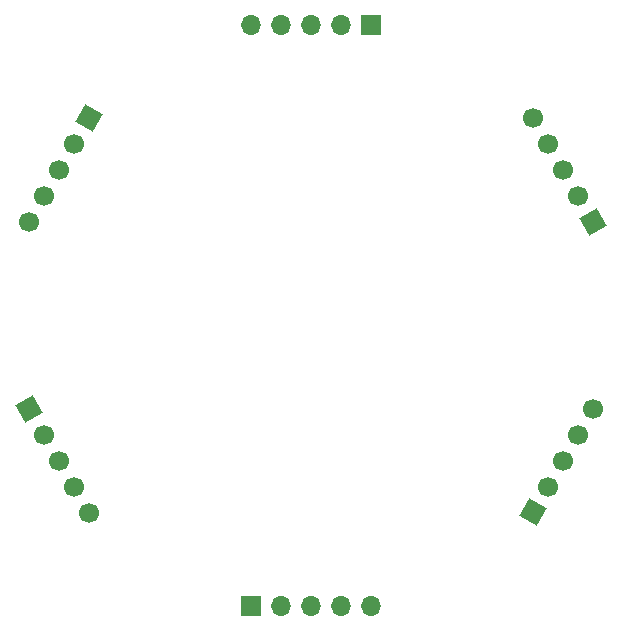
<source format=gbr>
%TF.GenerationSoftware,KiCad,Pcbnew,8.0.8*%
%TF.CreationDate,2025-04-07T13:28:21-04:00*%
%TF.ProjectId,pcb_tile_game_tile_aoa,7063625f-7469-46c6-955f-67616d655f74,1.0*%
%TF.SameCoordinates,Original*%
%TF.FileFunction,Soldermask,Bot*%
%TF.FilePolarity,Negative*%
%FSLAX46Y46*%
G04 Gerber Fmt 4.6, Leading zero omitted, Abs format (unit mm)*
G04 Created by KiCad (PCBNEW 8.0.8) date 2025-04-07 13:28:21*
%MOMM*%
%LPD*%
G01*
G04 APERTURE LIST*
G04 Aperture macros list*
%AMHorizOval*
0 Thick line with rounded ends*
0 $1 width*
0 $2 $3 position (X,Y) of the first rounded end (center of the circle)*
0 $4 $5 position (X,Y) of the second rounded end (center of the circle)*
0 Add line between two ends*
20,1,$1,$2,$3,$4,$5,0*
0 Add two circle primitives to create the rounded ends*
1,1,$1,$2,$3*
1,1,$1,$4,$5*%
%AMRotRect*
0 Rectangle, with rotation*
0 The origin of the aperture is its center*
0 $1 length*
0 $2 width*
0 $3 Rotation angle, in degrees counterclockwise*
0 Add horizontal line*
21,1,$1,$2,0,0,$3*%
G04 Aperture macros list end*
%ADD10R,1.700000X1.700000*%
%ADD11O,1.700000X1.700000*%
%ADD12RotRect,1.700000X1.700000X150.000000*%
%ADD13HorizOval,1.700000X0.000000X0.000000X0.000000X0.000000X0*%
%ADD14RotRect,1.700000X1.700000X330.000000*%
%ADD15HorizOval,1.700000X0.000000X0.000000X0.000000X0.000000X0*%
%ADD16RotRect,1.700000X1.700000X210.000000*%
%ADD17HorizOval,1.700000X0.000000X0.000000X0.000000X0.000000X0*%
%ADD18RotRect,1.700000X1.700000X30.000000*%
%ADD19HorizOval,1.700000X0.000000X0.000000X0.000000X0.000000X0*%
G04 APERTURE END LIST*
D10*
%TO.C,J2*%
X134980000Y-104600000D03*
D11*
X137520000Y-104600000D03*
X140060000Y-104600000D03*
X142600000Y-104600000D03*
X145140000Y-104600000D03*
%TD*%
D12*
%TO.C,J3*%
X158920000Y-96689409D03*
D13*
X160190000Y-94489704D03*
X161460000Y-92290000D03*
X162730000Y-90090295D03*
X164000000Y-87890591D03*
%TD*%
D14*
%TO.C,J6*%
X121300000Y-63300591D03*
D15*
X120030000Y-65500296D03*
X118760000Y-67700000D03*
X117490000Y-69899705D03*
X116220000Y-72099409D03*
%TD*%
D16*
%TO.C,J4*%
X163963349Y-72075928D03*
D17*
X162693349Y-69876223D03*
X161423349Y-67676519D03*
X160153349Y-65476814D03*
X158883349Y-63277110D03*
%TD*%
D18*
%TO.C,J1*%
X116220000Y-87900591D03*
D19*
X117490000Y-90100296D03*
X118760000Y-92300000D03*
X120030000Y-94499705D03*
X121300000Y-96699409D03*
%TD*%
D10*
%TO.C,J5*%
X145140000Y-55400000D03*
D11*
X142600000Y-55400000D03*
X140060000Y-55400000D03*
X137520000Y-55400000D03*
X134980000Y-55400000D03*
%TD*%
M02*

</source>
